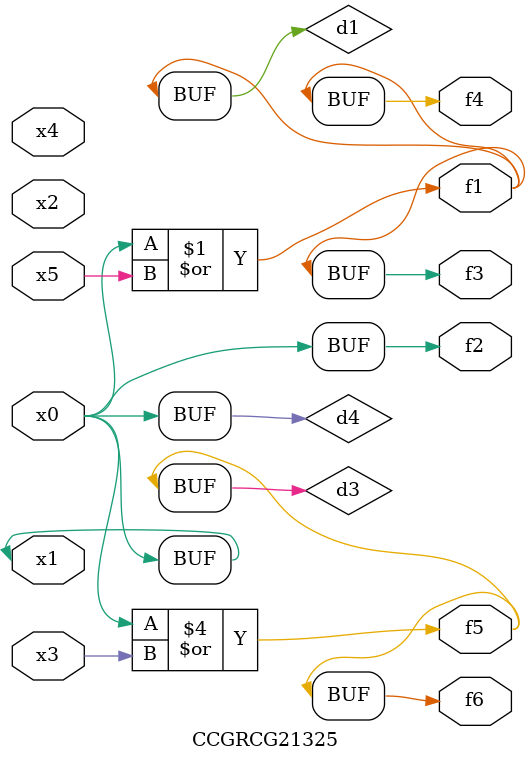
<source format=v>
module CCGRCG21325(
	input x0, x1, x2, x3, x4, x5,
	output f1, f2, f3, f4, f5, f6
);

	wire d1, d2, d3, d4;

	or (d1, x0, x5);
	xnor (d2, x1, x4);
	or (d3, x0, x3);
	buf (d4, x0, x1);
	assign f1 = d1;
	assign f2 = d4;
	assign f3 = d1;
	assign f4 = d1;
	assign f5 = d3;
	assign f6 = d3;
endmodule

</source>
